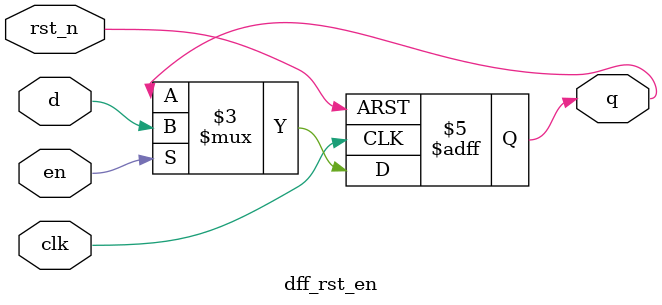
<source format=sv>
module dff_rst_en (
    input logic clk, en, rst_n, d,
    output logic q
);

always_ff @(posedge clk or negedge rst_n) begin
    if (!rst_n)
        q <= 1'b0;
    else if (en)
        q <= d;
    // else implied q <= q;
end


endmodule
</source>
